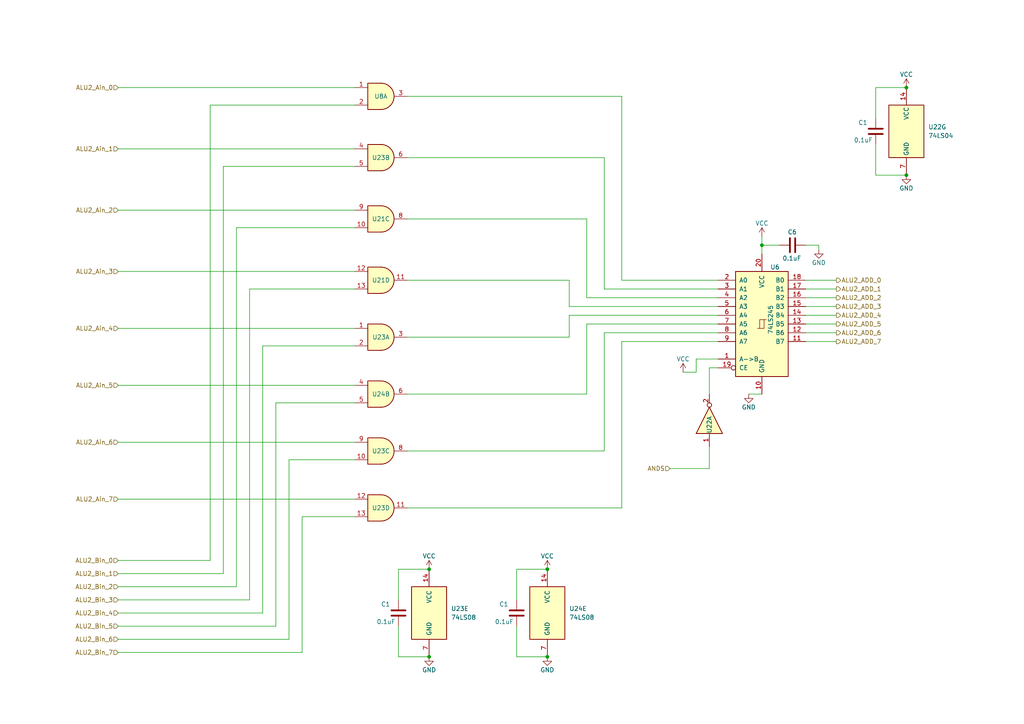
<source format=kicad_sch>
(kicad_sch (version 20230121) (generator eeschema)
  (paper "A4")
  (title_block (title "PRP-6502 -- ALU2 : ANDS") (company "PRP-DIY"))
  (lib_symbols
    (symbol "74xx:74LS04"
      (property "Reference" "U" (at 0 1.27 0))
      (property "Value" "74LS04" (at 0 -1.27 0))
      (symbol "74LS04_1_0"
        (polyline (pts (xy -3.81 3.81) (xy -3.81 -3.81) (xy 3.81 0) (xy -3.81 3.81)) (stroke (width 0.254)) (fill (type background)))
        (pin input line (at -7.62 0 0) (length 3.81) (name "~") (number "1"))
        (pin output inverted (at 7.62 0 180) (length 3.81) (name "~") (number "2"))
      )
      (symbol "74LS04_2_0"
        (polyline (pts (xy -3.81 3.81) (xy -3.81 -3.81) (xy 3.81 0) (xy -3.81 3.81)) (stroke (width 0.254)) (fill (type background)))
        (pin input line (at -7.62 0 0) (length 3.81) (name "~") (number "3"))
        (pin output inverted (at 7.62 0 180) (length 3.81) (name "~") (number "4"))
      )
      (symbol "74LS04_3_0"
        (polyline (pts (xy -3.81 3.81) (xy -3.81 -3.81) (xy 3.81 0) (xy -3.81 3.81)) (stroke (width 0.254)) (fill (type background)))
        (pin input line (at -7.62 0 0) (length 3.81) (name "~") (number "5"))
        (pin output inverted (at 7.62 0 180) (length 3.81) (name "~") (number "6"))
      )
      (symbol "74LS04_4_0"
        (polyline (pts (xy -3.81 3.81) (xy -3.81 -3.81) (xy 3.81 0) (xy -3.81 3.81)) (stroke (width 0.254)) (fill (type background)))
        (pin output inverted (at 7.62 0 180) (length 3.81) (name "~") (number "8"))
        (pin input line (at -7.62 0 0) (length 3.81) (name "~") (number "9"))
      )
      (symbol "74LS04_5_0"
        (polyline (pts (xy -3.81 3.81) (xy -3.81 -3.81) (xy 3.81 0) (xy -3.81 3.81)) (stroke (width 0.254)) (fill (type background)))
        (pin output inverted (at 7.62 0 180) (length 3.81) (name "~") (number "10"))
        (pin input line (at -7.62 0 0) (length 3.81) (name "~") (number "11"))
      )
      (symbol "74LS04_6_0"
        (polyline (pts (xy -3.81 3.81) (xy -3.81 -3.81) (xy 3.81 0) (xy -3.81 3.81)) (stroke (width 0.254)) (fill (type background)))
        (pin output inverted (at 7.62 0 180) (length 3.81) (name "~") (number "12"))
        (pin input line (at -7.62 0 0) (length 3.81) (name "~") (number "13"))
      )
      (symbol "74LS04_7_0"
        (pin power_in line (at 0 12.7 270) (length 5.08) (name "VCC") (number "14"))
        (pin power_in line (at 0 -12.7 90) (length 5.08) (name "GND") (number "7"))
      )
      (symbol "74LS04_7_1"
        (rectangle (start -5.08 7.62) (end 5.08 -7.62) (stroke (width 0.254)) (fill (type background)))
      )
    )
    (symbol "74xx:74LS08" (pin_names (offset 1.016))
      (property "Reference" "U" (at 0 1.27 0))
      (property "Value" "74LS08" (at 0 -1.27 0))
      (symbol "74LS08_1_1"
        (arc (start 0 -3.81) (mid 3.7934 0) (end 0 3.81) (stroke (width 0.254)) (fill (type background)))
        (polyline (pts (xy 0 3.81) (xy -3.81 3.81) (xy -3.81 -3.81) (xy 0 -3.81)) (stroke (width 0.254)) (fill (type background)))
        (pin input line (at -7.62 2.54 0) (length 3.81) (name "~") (number "1"))
        (pin input line (at -7.62 -2.54 0) (length 3.81) (name "~") (number "2"))
        (pin output line (at 7.62 0 180) (length 3.81) (name "~") (number "3"))
      )
      (symbol "74LS08_1_2"
        (arc (start -3.81 -3.81) (mid -2.589 0) (end -3.81 3.81) (stroke (width 0.254)))
        (arc (start -0.6096 -3.81) (mid 2.1842 -2.5851) (end 3.81 0) (stroke (width 0.254)) (fill (type background)))
        (polyline (pts (xy -3.81 -3.81) (xy -0.635 -3.81)) (stroke (width 0.254)) (fill (type background)))
        (polyline (pts (xy -3.81 3.81) (xy -0.635 3.81)) (stroke (width 0.254)) (fill (type background)))
        (polyline (pts (xy -0.635 3.81) (xy -3.81 3.81) (xy -3.81 3.81) (xy -3.556 3.4036) (xy -3.0226 2.2606) (xy -2.6924 1.0414) (xy -2.6162 -0.254) (xy -2.7686 -1.4986) (xy -3.175 -2.7178) (xy -3.81 -3.81) (xy -3.81 -3.81) (xy -0.635 -3.81)) (stroke (width -25.4)) (fill (type background)))
        (arc (start 3.81 0) (mid 2.1915 2.5936) (end -0.6096 3.81) (stroke (width 0.254)) (fill (type background)))
        (pin input inverted (at -7.62 2.54 0) (length 4.318) (name "~") (number "1"))
        (pin input inverted (at -7.62 -2.54 0) (length 4.318) (name "~") (number "2"))
        (pin output inverted (at 7.62 0 180) (length 3.81) (name "~") (number "3"))
      )
      (symbol "74LS08_2_1"
        (arc (start 0 -3.81) (mid 3.7934 0) (end 0 3.81) (stroke (width 0.254)) (fill (type background)))
        (polyline (pts (xy 0 3.81) (xy -3.81 3.81) (xy -3.81 -3.81) (xy 0 -3.81)) (stroke (width 0.254)) (fill (type background)))
        (pin input line (at -7.62 2.54 0) (length 3.81) (name "~") (number "4"))
        (pin input line (at -7.62 -2.54 0) (length 3.81) (name "~") (number "5"))
        (pin output line (at 7.62 0 180) (length 3.81) (name "~") (number "6"))
      )
      (symbol "74LS08_2_2"
        (arc (start -3.81 -3.81) (mid -2.589 0) (end -3.81 3.81) (stroke (width 0.254)))
        (arc (start -0.6096 -3.81) (mid 2.1842 -2.5851) (end 3.81 0) (stroke (width 0.254)) (fill (type background)))
        (polyline (pts (xy -3.81 -3.81) (xy -0.635 -3.81)) (stroke (width 0.254)) (fill (type background)))
        (polyline (pts (xy -3.81 3.81) (xy -0.635 3.81)) (stroke (width 0.254)) (fill (type background)))
        (polyline (pts (xy -0.635 3.81) (xy -3.81 3.81) (xy -3.81 3.81) (xy -3.556 3.4036) (xy -3.0226 2.2606) (xy -2.6924 1.0414) (xy -2.6162 -0.254) (xy -2.7686 -1.4986) (xy -3.175 -2.7178) (xy -3.81 -3.81) (xy -3.81 -3.81) (xy -0.635 -3.81)) (stroke (width -25.4)) (fill (type background)))
        (arc (start 3.81 0) (mid 2.1915 2.5936) (end -0.6096 3.81) (stroke (width 0.254)) (fill (type background)))
        (pin input inverted (at -7.62 2.54 0) (length 4.318) (name "~") (number "4"))
        (pin input inverted (at -7.62 -2.54 0) (length 4.318) (name "~") (number "5"))
        (pin output inverted (at 7.62 0 180) (length 3.81) (name "~") (number "6"))
      )
      (symbol "74LS08_3_1"
        (arc (start 0 -3.81) (mid 3.7934 0) (end 0 3.81) (stroke (width 0.254)) (fill (type background)))
        (polyline (pts (xy 0 3.81) (xy -3.81 3.81) (xy -3.81 -3.81) (xy 0 -3.81)) (stroke (width 0.254)) (fill (type background)))
        (pin input line (at -7.62 -2.54 0) (length 3.81) (name "~") (number "10"))
        (pin output line (at 7.62 0 180) (length 3.81) (name "~") (number "8"))
        (pin input line (at -7.62 2.54 0) (length 3.81) (name "~") (number "9"))
      )
      (symbol "74LS08_3_2"
        (arc (start -3.81 -3.81) (mid -2.589 0) (end -3.81 3.81) (stroke (width 0.254)))
        (arc (start -0.6096 -3.81) (mid 2.1842 -2.5851) (end 3.81 0) (stroke (width 0.254)) (fill (type background)))
        (polyline (pts (xy -3.81 -3.81) (xy -0.635 -3.81)) (stroke (width 0.254)) (fill (type background)))
        (polyline (pts (xy -3.81 3.81) (xy -0.635 3.81)) (stroke (width 0.254)) (fill (type background)))
        (polyline (pts (xy -0.635 3.81) (xy -3.81 3.81) (xy -3.81 3.81) (xy -3.556 3.4036) (xy -3.0226 2.2606) (xy -2.6924 1.0414) (xy -2.6162 -0.254) (xy -2.7686 -1.4986) (xy -3.175 -2.7178) (xy -3.81 -3.81) (xy -3.81 -3.81) (xy -0.635 -3.81)) (stroke (width -25.4)) (fill (type background)))
        (arc (start 3.81 0) (mid 2.1915 2.5936) (end -0.6096 3.81) (stroke (width 0.254)) (fill (type background)))
        (pin input inverted (at -7.62 -2.54 0) (length 4.318) (name "~") (number "10"))
        (pin output inverted (at 7.62 0 180) (length 3.81) (name "~") (number "8"))
        (pin input inverted (at -7.62 2.54 0) (length 4.318) (name "~") (number "9"))
      )
      (symbol "74LS08_4_1"
        (arc (start 0 -3.81) (mid 3.7934 0) (end 0 3.81) (stroke (width 0.254)) (fill (type background)))
        (polyline (pts (xy 0 3.81) (xy -3.81 3.81) (xy -3.81 -3.81) (xy 0 -3.81)) (stroke (width 0.254)) (fill (type background)))
        (pin output line (at 7.62 0 180) (length 3.81) (name "~") (number "11"))
        (pin input line (at -7.62 2.54 0) (length 3.81) (name "~") (number "12"))
        (pin input line (at -7.62 -2.54 0) (length 3.81) (name "~") (number "13"))
      )
      (symbol "74LS08_4_2"
        (arc (start -3.81 -3.81) (mid -2.589 0) (end -3.81 3.81) (stroke (width 0.254)))
        (arc (start -0.6096 -3.81) (mid 2.1842 -2.5851) (end 3.81 0) (stroke (width 0.254)) (fill (type background)))
        (polyline (pts (xy -3.81 -3.81) (xy -0.635 -3.81)) (stroke (width 0.254)) (fill (type background)))
        (polyline (pts (xy -3.81 3.81) (xy -0.635 3.81)) (stroke (width 0.254)) (fill (type background)))
        (polyline (pts (xy -0.635 3.81) (xy -3.81 3.81) (xy -3.81 3.81) (xy -3.556 3.4036) (xy -3.0226 2.2606) (xy -2.6924 1.0414) (xy -2.6162 -0.254) (xy -2.7686 -1.4986) (xy -3.175 -2.7178) (xy -3.81 -3.81) (xy -3.81 -3.81) (xy -0.635 -3.81)) (stroke (width -25.4)) (fill (type background)))
        (arc (start 3.81 0) (mid 2.1915 2.5936) (end -0.6096 3.81) (stroke (width 0.254)) (fill (type background)))
        (pin output inverted (at 7.62 0 180) (length 3.81) (name "~") (number "11"))
        (pin input inverted (at -7.62 2.54 0) (length 4.318) (name "~") (number "12"))
        (pin input inverted (at -7.62 -2.54 0) (length 4.318) (name "~") (number "13"))
      )
      (symbol "74LS08_5_0"
        (pin power_in line (at 0 12.7 270) (length 5.08) (name "VCC") (number "14"))
        (pin power_in line (at 0 -12.7 90) (length 5.08) (name "GND") (number "7"))
      )
      (symbol "74LS08_5_1"
        (rectangle (start -5.08 7.62) (end 5.08 -7.62) (stroke (width 0.254)) (fill (type background)))
      )
    )
    (symbol "74xx:74LS245" (pin_names (offset 1.016))
      (property "Reference" "U" (at -7.62 16.51 0))
      (property "Value" "74LS245" (at -7.62 -16.51 0))
      (symbol "74LS245_1_0"
        (polyline (pts (xy -0.635 -1.27) (xy -0.635 1.27) (xy 0.635 1.27)))
        (polyline (pts (xy -1.27 -1.27) (xy 0.635 -1.27) (xy 0.635 1.27) (xy 1.27 1.27)))
        (pin input line (at -12.7 -10.16 0) (length 5.08) (name "A->B") (number "1"))
        (pin power_in line (at 0 -20.32 90) (length 5.08) (name "GND") (number "10"))
        (pin tri_state line (at 12.7 -5.08 180) (length 5.08) (name "B7") (number "11"))
        (pin tri_state line (at 12.7 -2.54 180) (length 5.08) (name "B6") (number "12"))
        (pin tri_state line (at 12.7 0 180) (length 5.08) (name "B5") (number "13"))
        (pin tri_state line (at 12.7 2.54 180) (length 5.08) (name "B4") (number "14"))
        (pin tri_state line (at 12.7 5.08 180) (length 5.08) (name "B3") (number "15"))
        (pin tri_state line (at 12.7 7.62 180) (length 5.08) (name "B2") (number "16"))
        (pin tri_state line (at 12.7 10.16 180) (length 5.08) (name "B1") (number "17"))
        (pin tri_state line (at 12.7 12.7 180) (length 5.08) (name "B0") (number "18"))
        (pin input inverted (at -12.7 -12.7 0) (length 5.08) (name "CE") (number "19"))
        (pin tri_state line (at -12.7 12.7 0) (length 5.08) (name "A0") (number "2"))
        (pin power_in line (at 0 20.32 270) (length 5.08) (name "VCC") (number "20"))
        (pin tri_state line (at -12.7 10.16 0) (length 5.08) (name "A1") (number "3"))
        (pin tri_state line (at -12.7 7.62 0) (length 5.08) (name "A2") (number "4"))
        (pin tri_state line (at -12.7 5.08 0) (length 5.08) (name "A3") (number "5"))
        (pin tri_state line (at -12.7 2.54 0) (length 5.08) (name "A4") (number "6"))
        (pin tri_state line (at -12.7 0 0) (length 5.08) (name "A5") (number "7"))
        (pin tri_state line (at -12.7 -2.54 0) (length 5.08) (name "A6") (number "8"))
        (pin tri_state line (at -12.7 -5.08 0) (length 5.08) (name "A7") (number "9"))
      )
      (symbol "74LS245_1_1"
        (rectangle (start -7.62 15.24) (end 7.62 -15.24) (stroke (width 0.254)) (fill (type background)))
      )
    )
    (symbol "Device:C" (pin_numbers hide) (pin_names (offset 0.254))
      (property "Reference" "C" (at 0.635 2.54 0))
      (property "Value" "C" (at 0.635 -2.54 0))
      (symbol "C_0_1"
        (polyline (pts (xy -2.032 -0.762) (xy 2.032 -0.762)) (stroke (width 0.508)))
        (polyline (pts (xy -2.032 0.762) (xy 2.032 0.762)) (stroke (width 0.508)))
      )
      (symbol "C_1_1"
        (pin passive line (at 0 3.81 270) (length 2.794) (name "~") (number "1"))
        (pin passive line (at 0 -3.81 90) (length 2.794) (name "~") (number "2"))
      )
    )
    (symbol "power:GND" (power) (pin_names (offset 0))
      (property "Value" "GND" (at 0 -3.81 0))
      (symbol "GND_0_1"
        (polyline (pts (xy 0 0) (xy 0 -1.27) (xy 1.27 -1.27) (xy 0 -2.54) (xy -1.27 -1.27) (xy 0 -1.27)))
      )
      (symbol "GND_1_1"
        (pin power_in line (at 0 0 270) (length 0) hide (name "GND") (number "1"))
      )
    )
    (symbol "power:VCC" (power) (pin_names (offset 0))
      (property "Value" "VCC" (at 0 3.81 0))
      (symbol "VCC_0_1"
        (polyline (pts (xy -0.762 1.27) (xy 0 2.54)))
        (polyline (pts (xy 0 0) (xy 0 2.54)))
        (polyline (pts (xy 0 2.54) (xy 0.762 1.27)))
      )
      (symbol "VCC_1_1"
        (pin power_in line (at 0 0 90) (length 0) hide (name "VCC") (number "1"))
      )
    )
  )
  (junction (at 124.46 190.5))
  (junction (at 262.89 50.8))
  (junction (at 124.46 165.1))
  (junction (at 158.75 190.5))
  (junction (at 262.89 25.4))
  (junction (at 220.98 71.12))
  (junction (at 158.75 165.1))
  (wire (pts (xy 76.2 100.33) (xy 102.87 100.33)))
  (wire (pts (xy 149.86 173.99) (xy 149.86 165.1)))
  (wire (pts (xy 115.57 165.1) (xy 124.46 165.1)))
  (wire (pts (xy 34.29 43.18) (xy 102.87 43.18)))
  (wire (pts (xy 233.68 91.44) (xy 242.57 91.44)))
  (wire (pts (xy 165.1 91.44) (xy 208.28 91.44)))
  (wire (pts (xy 102.87 60.96) (xy 34.29 60.96)))
  (wire (pts (xy 118.11 130.81) (xy 175.26 130.81)))
  (wire (pts (xy 165.1 88.9) (xy 208.28 88.9)))
  (wire (pts (xy 118.11 81.28) (xy 165.1 81.28)))
  (wire (pts (xy 165.1 97.79) (xy 165.1 91.44)))
  (wire (pts (xy 80.01 181.61) (xy 34.29 181.61)))
  (wire (pts (xy 198.12 107.95) (xy 201.93 107.95)))
  (wire (pts (xy 233.68 83.82) (xy 242.57 83.82)))
  (wire (pts (xy 237.49 71.12) (xy 237.49 72.39)))
  (wire (pts (xy 194.31 135.89) (xy 205.74 135.89)))
  (wire (pts (xy 64.77 48.26) (xy 102.87 48.26)))
  (wire (pts (xy 180.34 81.28) (xy 208.28 81.28)))
  (wire (pts (xy 201.93 107.95) (xy 201.93 104.14)))
  (wire (pts (xy 233.68 88.9) (xy 242.57 88.9)))
  (wire (pts (xy 115.57 181.61) (xy 115.57 190.5)))
  (wire (pts (xy 34.29 162.56) (xy 60.96 162.56)))
  (wire (pts (xy 254 41.91) (xy 254 50.8)))
  (wire (pts (xy 118.11 45.72) (xy 175.26 45.72)))
  (wire (pts (xy 205.74 135.89) (xy 205.74 129.54)))
  (wire (pts (xy 254 25.4) (xy 262.89 25.4)))
  (wire (pts (xy 72.39 83.82) (xy 72.39 173.99)))
  (wire (pts (xy 118.11 114.3) (xy 170.18 114.3)))
  (wire (pts (xy 180.34 147.32) (xy 118.11 147.32)))
  (wire (pts (xy 68.58 66.04) (xy 102.87 66.04)))
  (wire (pts (xy 118.11 63.5) (xy 170.18 63.5)))
  (wire (pts (xy 170.18 86.36) (xy 208.28 86.36)))
  (wire (pts (xy 149.86 190.5) (xy 158.75 190.5)))
  (wire (pts (xy 175.26 45.72) (xy 175.26 83.82)))
  (wire (pts (xy 34.29 170.18) (xy 68.58 170.18)))
  (wire (pts (xy 233.68 71.12) (xy 237.49 71.12)))
  (wire (pts (xy 83.82 133.35) (xy 102.87 133.35)))
  (wire (pts (xy 60.96 162.56) (xy 60.96 30.48)))
  (wire (pts (xy 220.98 68.58) (xy 220.98 71.12)))
  (wire (pts (xy 87.63 149.86) (xy 87.63 189.23)))
  (wire (pts (xy 175.26 130.81) (xy 175.26 96.52)))
  (wire (pts (xy 254 34.29) (xy 254 25.4)))
  (wire (pts (xy 254 50.8) (xy 262.89 50.8)))
  (wire (pts (xy 83.82 185.42) (xy 83.82 133.35)))
  (wire (pts (xy 34.29 144.78) (xy 102.87 144.78)))
  (wire (pts (xy 233.68 81.28) (xy 242.57 81.28)))
  (wire (pts (xy 64.77 166.37) (xy 64.77 48.26)))
  (wire (pts (xy 205.74 106.68) (xy 208.28 106.68)))
  (wire (pts (xy 170.18 114.3) (xy 170.18 93.98)))
  (wire (pts (xy 115.57 190.5) (xy 124.46 190.5)))
  (wire (pts (xy 170.18 93.98) (xy 208.28 93.98)))
  (wire (pts (xy 34.29 166.37) (xy 64.77 166.37)))
  (wire (pts (xy 102.87 83.82) (xy 72.39 83.82)))
  (wire (pts (xy 217.17 114.3) (xy 220.98 114.3)))
  (wire (pts (xy 149.86 181.61) (xy 149.86 190.5)))
  (wire (pts (xy 233.68 96.52) (xy 242.57 96.52)))
  (wire (pts (xy 170.18 63.5) (xy 170.18 86.36)))
  (wire (pts (xy 233.68 99.06) (xy 242.57 99.06)))
  (wire (pts (xy 233.68 86.36) (xy 242.57 86.36)))
  (wire (pts (xy 220.98 71.12) (xy 226.06 71.12)))
  (wire (pts (xy 102.87 95.25) (xy 34.29 95.25)))
  (wire (pts (xy 60.96 30.48) (xy 102.87 30.48)))
  (wire (pts (xy 180.34 99.06) (xy 180.34 147.32)))
  (wire (pts (xy 102.87 149.86) (xy 87.63 149.86)))
  (wire (pts (xy 34.29 128.27) (xy 102.87 128.27)))
  (wire (pts (xy 102.87 116.84) (xy 80.01 116.84)))
  (wire (pts (xy 72.39 173.99) (xy 34.29 173.99)))
  (wire (pts (xy 34.29 177.8) (xy 76.2 177.8)))
  (wire (pts (xy 233.68 93.98) (xy 242.57 93.98)))
  (wire (pts (xy 34.29 185.42) (xy 83.82 185.42)))
  (wire (pts (xy 118.11 27.94) (xy 180.34 27.94)))
  (wire (pts (xy 118.11 97.79) (xy 165.1 97.79)))
  (wire (pts (xy 208.28 99.06) (xy 180.34 99.06)))
  (wire (pts (xy 201.93 104.14) (xy 208.28 104.14)))
  (wire (pts (xy 102.87 111.76) (xy 34.29 111.76)))
  (wire (pts (xy 102.87 78.74) (xy 34.29 78.74)))
  (wire (pts (xy 180.34 27.94) (xy 180.34 81.28)))
  (wire (pts (xy 149.86 165.1) (xy 158.75 165.1)))
  (wire (pts (xy 115.57 173.99) (xy 115.57 165.1)))
  (wire (pts (xy 76.2 177.8) (xy 76.2 100.33)))
  (wire (pts (xy 87.63 189.23) (xy 34.29 189.23)))
  (wire (pts (xy 80.01 116.84) (xy 80.01 181.61)))
  (wire (pts (xy 175.26 96.52) (xy 208.28 96.52)))
  (wire (pts (xy 175.26 83.82) (xy 208.28 83.82)))
  (wire (pts (xy 165.1 81.28) (xy 165.1 88.9)))
  (wire (pts (xy 34.29 25.4) (xy 102.87 25.4)))
  (wire (pts (xy 220.98 71.12) (xy 220.98 73.66)))
  (wire (pts (xy 205.74 114.3) (xy 205.74 106.68)))
  (wire (pts (xy 68.58 170.18) (xy 68.58 66.04)))
  (hierarchical_label "ALU2_Ain_5" (shape input) (at 34.29 111.76 180))
  (hierarchical_label "ALU2_ADD_0" (shape output) (at 242.57 81.28 0))
  (hierarchical_label "ALU2_Ain_0" (shape input) (at 34.29 25.4 180))
  (hierarchical_label "ALU2_Bin_4" (shape input) (at 34.29 177.8 180))
  (hierarchical_label "ANDS" (shape input) (at 194.31 135.89 180))
  (hierarchical_label "ALU2_Bin_7" (shape input) (at 34.29 189.23 180))
  (hierarchical_label "ALU2_ADD_5" (shape output) (at 242.57 93.98 0))
  (hierarchical_label "ALU2_Bin_3" (shape input) (at 34.29 173.99 180))
  (hierarchical_label "ALU2_Bin_2" (shape input) (at 34.29 170.18 180))
  (hierarchical_label "ALU2_Ain_6" (shape input) (at 34.29 128.27 180))
  (hierarchical_label "ALU2_Ain_3" (shape input) (at 34.29 78.74 180))
  (hierarchical_label "ALU2_Bin_5" (shape input) (at 34.29 181.61 180))
  (hierarchical_label "ALU2_ADD_1" (shape output) (at 242.57 83.82 0))
  (hierarchical_label "ALU2_Bin_1" (shape input) (at 34.29 166.37 180))
  (hierarchical_label "ALU2_Ain_2" (shape input) (at 34.29 60.96 180))
  (hierarchical_label "ALU2_Ain_1" (shape input) (at 34.29 43.18 180))
  (hierarchical_label "ALU2_Ain_7" (shape input) (at 34.29 144.78 180))
  (hierarchical_label "ALU2_Bin_6" (shape input) (at 34.29 185.42 180))
  (hierarchical_label "ALU2_ADD_2" (shape output) (at 242.57 86.36 0))
  (hierarchical_label "ALU2_ADD_3" (shape output) (at 242.57 88.9 0))
  (hierarchical_label "ALU2_ADD_7" (shape output) (at 242.57 99.06 0))
  (hierarchical_label "ALU2_ADD_6" (shape output) (at 242.57 96.52 0))
  (hierarchical_label "ALU2_Bin_0" (shape input) (at 34.29 162.56 180))
  (hierarchical_label "ALU2_ADD_4" (shape output) (at 242.57 91.44 0))
  (hierarchical_label "ALU2_Ain_4" (shape input) (at 34.29 95.25 180))
  (symbol (lib_id "74xx:74LS08") (at 110.49 81.28 0) (unit 4)
    (property "Reference" "U21" (at 110.49 81.28 0))
    (property "Value" "74LS08" (effects hide))
    (property "Datasheet" "http://www.ti.com/lit/gpn/sn74LS08" (effects hide))
  )
  (symbol (lib_id "Device:C") (at 254 38.1 0) (unit 1)
    (property "Reference" "C1" (at 248.92 35.56 0) (effects (justify left)))
    (property "Value" "0.1uF" (at 247.65 40.64 0) (effects (justify left)))
    (instances (project "8bit_CPU-V0_1" (path "" (reference "C1") (unit 1)) (path "" (reference "C13") (unit 1)) (path "" (reference "C20") (unit 1)) (path "" (reference "C22") (unit 1))))
  )
  (symbol (lib_id "Device:C") (at 115.57 177.8 0) (unit 1)
    (property "Reference" "C1" (at 110.49 175.26 0) (effects (justify left)))
    (property "Value" "0.1uF" (at 109.22 180.34 0) (effects (justify left)))
    (instances (project "8bit_CPU-V0_1" (path "" (reference "C1") (unit 1)) (path "" (reference "C13") (unit 1)) (path "" (reference "C20") (unit 1)) (path "" (reference "C28") (unit 1)) (path "" (reference "C25") (unit 1))))
  )
  (symbol (lib_id "power:VCC") (at 124.46 165.1 0) (unit 1)
    (property "Reference" "#PWR06" (effects hide))
    (property "Value" "VCC" (at 124.46 161.29 0))
    (instances (project "8bit_CPU-V0_1" (path "" (reference "#PWR06") (unit 1)) (path "" (reference "#PWR028") (unit 1)) (path "" (reference "#PWR060") (unit 1)) (path "" (reference "#PWR080") (unit 1)) (path "" (reference "#PWR072") (unit 1))))
  )
  (symbol (lib_id "74xx:74LS08") (at 110.49 97.79 0) (unit 1)
    (property "Reference" "U23" (at 110.49 97.79 0))
    (property "Value" "74LS08" (effects hide))
    (property "Datasheet" "http://www.ti.com/lit/gpn/sn74LS08" (effects hide))
  )
  (symbol (lib_id "power:VCC") (at 158.75 165.1 0) (unit 1)
    (property "Reference" "#PWR06" (effects hide))
    (property "Value" "VCC" (at 158.75 161.29 0))
    (instances (project "8bit_CPU-V0_1" (path "" (reference "#PWR06") (unit 1)) (path "" (reference "#PWR028") (unit 1)) (path "" (reference "#PWR060") (unit 1)) (path "" (reference "#PWR070") (unit 1))))
  )
  (symbol (lib_id "74xx:74LS08") (at 110.49 130.81 0) (unit 3)
    (property "Reference" "U23" (at 110.49 130.81 0))
    (property "Value" "74LS08" (effects hide))
    (property "Datasheet" "http://www.ti.com/lit/gpn/sn74LS08" (effects hide))
  )
  (symbol (lib_id "power:VCC") (at 262.89 25.4 0) (unit 1)
    (property "Reference" "#PWR06" (effects hide))
    (property "Value" "VCC" (at 262.89 21.59 0))
    (instances (project "8bit_CPU-V0_1" (path "" (reference "#PWR06") (unit 1)) (path "" (reference "#PWR028") (unit 1)) (path "" (reference "#PWR060") (unit 1)) (path "" (reference "#PWR066") (unit 1))))
  )
  (symbol (lib_id "power:GND") (at 124.46 190.5 0) (unit 1)
    (property "Reference" "#PWR05" (effects hide))
    (property "Value" "GND" (at 124.46 194.31 0))
    (instances (project "8bit_CPU-V0_1" (path "" (reference "#PWR05") (unit 1)) (path "" (reference "#PWR029") (unit 1)) (path "" (reference "#PWR061") (unit 1)) (path "" (reference "#PWR081") (unit 1)) (path "" (reference "#PWR073") (unit 1))))
  )
  (symbol (lib_id "74xx:74LS04") (at 205.74 121.92 90) (unit 1)
    (property "Reference" "U22" (at 205.74 123.19 0))
    (property "Value" "74LS04" (effects hide))
    (property "Datasheet" "http://www.ti.com/lit/gpn/sn74LS04" (effects hide))
  )
  (symbol (lib_id "power:GND") (at 217.17 114.3 0) (unit 1)
    (property "Reference" "#PWR021" (effects hide))
    (property "Value" "GND" (at 217.17 118.11 0))
    (instances (project "8bit_CPU-V0_1" (path "" (reference "#PWR021") (unit 1)) (path "" (reference "#PWR042") (unit 1)) (path "" (reference "#PWR029") (unit 1))))
  )
  (symbol (lib_id "74xx:74LS04") (at 262.89 38.1 0) (unit 7)
    (property "Reference" "U22" (at 269.24 36.83 0) (effects (justify left)))
    (property "Value" "74LS04" (at 269.24 39.37 0) (effects (justify left)))
    (property "Datasheet" "http://www.ti.com/lit/gpn/sn74LS04" (effects hide))
  )
  (symbol (lib_id "74xx:74LS245") (at 220.98 93.98 0) (unit 1)
    (property "Reference" "U6" (at 224.79 77.47 0))
    (property "Value" "74LS245" (at 223.52 92.71 90))
    (property "Datasheet" "http://www.ti.com/lit/gpn/sn74LS245" (effects hide))
    (instances (project "8bit_CPU-V0_1" (path "" (reference "U6") (unit 1)) (path "" (reference "U16") (unit 1)) (path "" (reference "U13") (unit 1))))
  )
  (symbol (lib_id "74xx:74LS08") (at 110.49 45.72 0) (unit 2)
    (property "Reference" "U23" (at 110.49 45.72 0))
    (property "Value" "74LS08" (effects hide))
    (property "Datasheet" "http://www.ti.com/lit/gpn/sn74LS08" (effects hide))
  )
  (symbol (lib_id "power:GND") (at 237.49 72.39 0) (unit 1)
    (property "Reference" "#PWR017" (effects hide))
    (property "Value" "GND" (at 237.49 76.2 0))
    (instances (project "8bit_CPU-V0_1" (path "" (reference "#PWR017") (unit 1)) (path "" (reference "#PWR044") (unit 1)) (path "" (reference "#PWR065") (unit 1))))
  )
  (symbol (lib_id "74xx:74LS08") (at 110.49 27.94 0) (unit 1)
    (property "Reference" "U8" (at 110.49 27.94 0))
    (property "Value" "74LS08" (effects hide))
    (property "Datasheet" "http://www.ti.com/lit/gpn/sn74LS08" (effects hide))
  )
  (symbol (lib_id "Device:C") (at 149.86 177.8 0) (unit 1)
    (property "Reference" "C1" (at 144.78 175.26 0) (effects (justify left)))
    (property "Value" "0.1uF" (at 143.51 180.34 0) (effects (justify left)))
    (instances (project "8bit_CPU-V0_1" (path "" (reference "C1") (unit 1)) (path "" (reference "C13") (unit 1)) (path "" (reference "C20") (unit 1)) (path "" (reference "C23") (unit 1))))
  )
  (symbol (lib_id "power:GND") (at 158.75 190.5 0) (unit 1)
    (property "Reference" "#PWR05" (effects hide))
    (property "Value" "GND" (at 158.75 194.31 0))
    (instances (project "8bit_CPU-V0_1" (path "" (reference "#PWR05") (unit 1)) (path "" (reference "#PWR029") (unit 1)) (path "" (reference "#PWR061") (unit 1)) (path "" (reference "#PWR071") (unit 1))))
  )
  (symbol (lib_id "74xx:74LS08") (at 110.49 114.3 0) (unit 2)
    (property "Reference" "U24" (at 110.49 114.3 0))
    (property "Value" "74LS08" (effects hide))
    (property "Datasheet" "http://www.ti.com/lit/gpn/sn74LS08" (effects hide))
  )
  (symbol (lib_id "power:GND") (at 262.89 50.8 0) (unit 1)
    (property "Reference" "#PWR05" (effects hide))
    (property "Value" "GND" (at 262.89 54.61 0))
    (instances (project "8bit_CPU-V0_1" (path "" (reference "#PWR05") (unit 1)) (path "" (reference "#PWR029") (unit 1)) (path "" (reference "#PWR061") (unit 1)) (path "" (reference "#PWR067") (unit 1))))
  )
  (symbol (lib_id "power:VCC") (at 198.12 107.95 0) (unit 1)
    (property "Reference" "#PWR022" (effects hide))
    (property "Value" "VCC" (at 198.12 104.14 0))
    (instances (project "8bit_CPU-V0_1" (path "" (reference "#PWR022") (unit 1)) (path "" (reference "#PWR041") (unit 1)) (path "" (reference "#PWR028") (unit 1))))
  )
  (symbol (lib_id "Device:C") (at 229.87 71.12 90) (unit 1)
    (property "Reference" "C6" (at 231.14 67.31 90) (effects (justify left)))
    (property "Value" "0.1uF" (at 232.41 74.93 90) (effects (justify left)))
    (instances (project "8bit_CPU-V0_1" (path "" (reference "C6") (unit 1)) (path "" (reference "C16") (unit 1)) (path "" (reference "C13") (unit 1))))
  )
  (symbol (lib_id "74xx:74LS08") (at 110.49 63.5 0) (unit 3)
    (property "Reference" "U21" (at 110.49 63.5 0))
    (property "Value" "74LS08" (effects hide))
    (property "Datasheet" "http://www.ti.com/lit/gpn/sn74LS08" (effects hide))
  )
  (symbol (lib_id "power:VCC") (at 220.98 68.58 0) (unit 1)
    (property "Reference" "#PWR016" (effects hide))
    (property "Value" "VCC" (at 220.98 64.77 0))
    (instances (project "8bit_CPU-V0_1" (path "" (reference "#PWR016") (unit 1)) (path "" (reference "#PWR043") (unit 1)) (path "" (reference "#PWR064") (unit 1))))
  )
  (symbol (lib_id "74xx:74LS08") (at 124.46 177.8 0) (unit 5)
    (property "Reference" "U23" (at 130.81 176.53 0) (effects (justify left)))
    (property "Value" "74LS08" (at 130.81 179.07 0) (effects (justify left)))
    (property "Datasheet" "http://www.ti.com/lit/gpn/sn74LS08" (effects hide))
  )
  (symbol (lib_id "74xx:74LS08") (at 110.49 147.32 0) (unit 4)
    (property "Reference" "U23" (at 110.49 147.32 0))
    (property "Value" "74LS08" (effects hide))
    (property "Datasheet" "http://www.ti.com/lit/gpn/sn74LS08" (effects hide))
  )
  (symbol (lib_id "74xx:74LS08") (at 158.75 177.8 0) (unit 5)
    (property "Reference" "U24" (at 165.1 176.53 0) (effects (justify left)))
    (property "Value" "74LS08" (at 165.1 179.07 0) (effects (justify left)))
    (property "Datasheet" "http://www.ti.com/lit/gpn/sn74LS08" (effects hide))
  )
)
</source>
